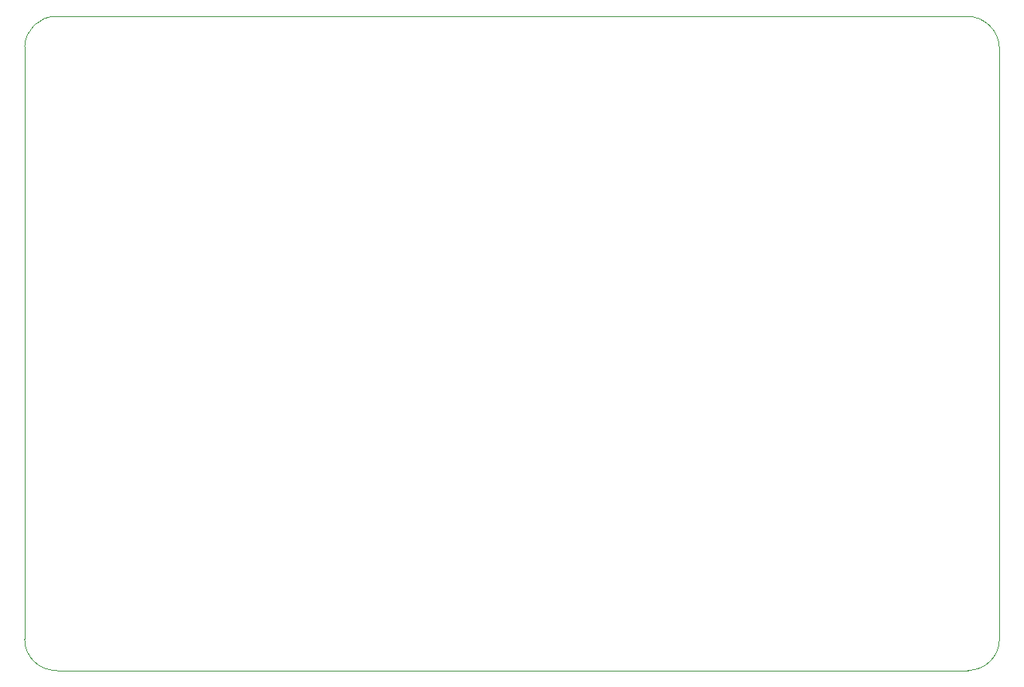
<source format=gbr>
%TF.GenerationSoftware,KiCad,Pcbnew,(5.99.0-12298-gc84619cd7f)*%
%TF.CreationDate,2021-09-28T06:55:21-06:00*%
%TF.ProjectId,VRduino 2,56526475-696e-46f2-9032-2e6b69636164,D*%
%TF.SameCoordinates,Original*%
%TF.FileFunction,Profile,NP*%
%FSLAX46Y46*%
G04 Gerber Fmt 4.6, Leading zero omitted, Abs format (unit mm)*
G04 Created by KiCad (PCBNEW (5.99.0-12298-gc84619cd7f)) date 2021-09-28 06:55:21*
%MOMM*%
%LPD*%
G01*
G04 APERTURE LIST*
%TA.AperFunction,Profile*%
%ADD10C,0.050000*%
%TD*%
G04 APERTURE END LIST*
D10*
X207137081Y-56898266D02*
G75*
G02*
X210820000Y-60452000I126919J-3553734D01*
G01*
X210820000Y-124968000D02*
G75*
G02*
X207391000Y-128397000I-3429000J0D01*
G01*
X104269349Y-60198087D02*
G75*
G02*
X107696000Y-56896000I3426651J-126913D01*
G01*
X207137000Y-56896000D02*
X107696000Y-56896000D01*
X210820000Y-60452000D02*
X210820000Y-124968000D01*
X104267000Y-124968000D02*
X104267000Y-60198000D01*
X107823000Y-128397000D02*
X207391000Y-128397000D01*
X107822913Y-128394651D02*
G75*
G02*
X104267000Y-124968000I-126913J3426651D01*
G01*
M02*

</source>
